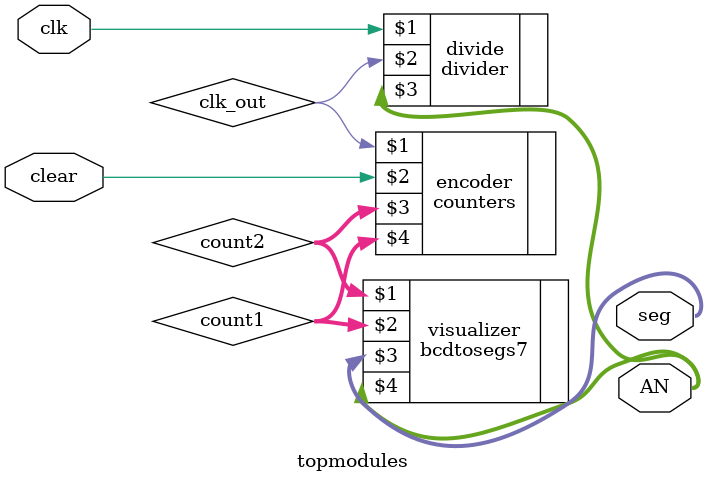
<source format=v>

    `timescale 1ns / 1ps
    
    
    module topmodules(
        input clk, clear,
        output [6:0] seg,
        output [3:0] AN
        );
        wire [3:0] count1, count2;
        wire clk_out;

        divider divide(clk, clk_out, AN);
        
        counters encoder(clk_out, clear, count2, count1);
    
        bcdtosegs7 visualizer(count2, count1, seg, AN);
        
    endmodule

</source>
